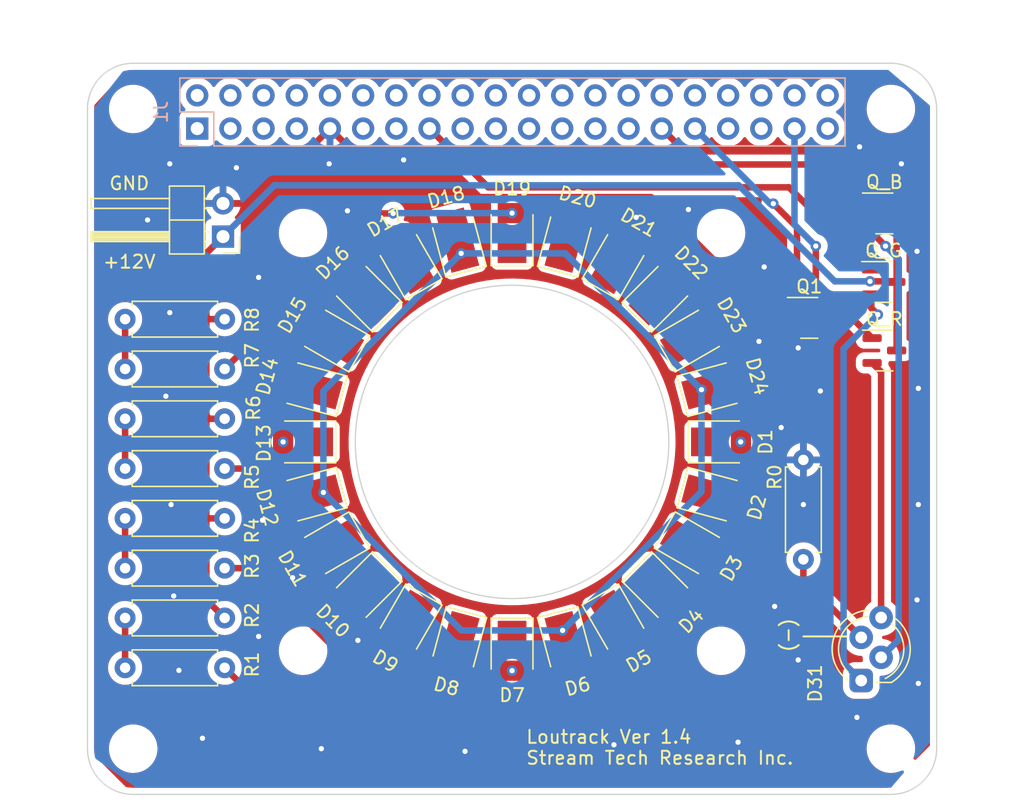
<source format=kicad_pcb>
(kicad_pcb (version 20211014) (generator pcbnew)
  (layers (0 "F.Cu" signal) (31 "B.Cu" signal) (34 "B.Paste" user) (35 "F.Paste" user) (36 "B.SilkS" user "B.Silkscreen") (37 "F.SilkS" user "F.Silkscreen") (38 "B.Mask" user) (39 "F.Mask" user) (44 "Edge.Cuts" user))
  (net 0 "")
  (net 1 "Net-(D1-Pad1)")
  (net 2 "Net-(D1-Pad2)")
  (net 3 "Net-(D2-Pad1)")
  (net 4 "Net-(D3-Pad1)")
  (net 5 "Net-(D4-Pad1)")
  (net 6 "Net-(D10-Pad1)")
  (net 7 "Net-(D7-Pad1)")
  (net 8 "Net-(D8-Pad1)")
  (net 9 "Net-(D10-Pad2)")
  (net 10 "Net-(D11-Pad1)")
  (net 11 "Net-(D5-Pad1)")
  (net 12 "Net-(D13-Pad1)")
  (net 13 "Net-(D14-Pad1)")
  (net 21 "GND")
  (net 27 "Net-(D15-Pad1)")
  (net 39 "Net-(D16-Pad1)")
  (net 41 "Net-(D17-Pad1)")
  (net 43 "Net-(D19-Pad1)")
  (net 45 "Net-(D20-Pad1)")
  (net 48 "Net-(J1-Pad37)")
  (net 52 "+12V")
  (net 54 "Net-(D21-Pad1)")
  (net 55 "Net-(D22-Pad1)")
  (net 56 "Net-(D23-Pad1)")
  (net 57 "Net-(D31-Pad1)")
  (net 58 "Net-(D31-Pad2)")
  (net 59 "Net-(D31-Pad3)")
  (net 60 "Net-(D31-Pad4)")
  (net 62 "Net-(J1-Pad31)")
  (net 65 "Net-(D12-Pad1)")
  (net 66 "Net-(J1-Pad15)")
  (net 67 "Net-(J1-Pad29)")
  (net 68 "Net-(D7-Pad2)")
  (net 69 "Net-(D13-Pad2)")
  (net 70 "Net-(D19-Pad2)")
  (net 71 "Net-(R1-Pad2)")
  (net 72 "Net-(R3-Pad2)")
  (net 73 "Net-(R5-Pad2)")
  (net 74 "Net-(R7-Pad2)")
  (footprint "LED_SMD:LED_PLCC_2835_Handsoldering" (layer "F.Cu") (at 68.643594 81 150)
    (fp_text reference "D15" (at 3.4 0 240) (layer "F.SilkS"))
    (fp_text value "LED")
    (pad "1" smd rect (at -1.05 0 150) (size 2.5 2.2) (layers "F.Cu" "F.Paste" "F.Mask") (net 27 "Net-(D15-Pad1)"))
    (pad "2" smd rect (at 1.525 0 150) (size 1.55 2.2) (layers "F.Cu" "F.Paste" "F.Mask") (net 13 "Net-(D14-Pad1)"))
  )
  (footprint "LED_SMD:LED_PLCC_2835_Handsoldering" (layer "F.Cu") (at 74.5 75.143594 120)
    (fp_text reference "D17" (at 3.4 0 210) (layer "F.SilkS"))
    (fp_text value "LED")
    (pad "1" smd rect (at -1.05 0 120) (size 2.5 2.2) (layers "F.Cu" "F.Paste" "F.Mask") (net 41 "Net-(D17-Pad1)"))
    (pad "2" smd rect (at 1.525 0 120) (size 1.55 2.2) (layers "F.Cu" "F.Paste" "F.Mask") (net 39 "Net-(D16-Pad1)"))
  )
  (footprint "MountingHole:MountingHole_2.7mm_M2.5" (layer "F.Cu") (at 98.5 105)
    (fp_text reference "REF**" hide)
    (fp_text value "MountingHole_2.7mm_M2.5")
    (pad "" np_thru_hole circle (at 0 0) (size 2.7 2.7) (drill 2.7) (layers *.Cu *.Mask))
  )
  (footprint "LED_SMD:LED_PLCC_2835_Handsoldering" (layer "F.Cu") (at 71.186292 100.313708 -135)
    (fp_text reference "D10" (at 3.4 0 -45) (layer "F.SilkS"))
    (fp_text value "LED")
    (pad "1" smd rect (at -1.05 0 225) (size 2.5 2.2) (layers "F.Cu" "F.Paste" "F.Mask") (net 6 "Net-(D10-Pad1)"))
    (pad "2" smd rect (at 1.525 0 225) (size 1.55 2.2) (layers "F.Cu" "F.Paste" "F.Mask") (net 9 "Net-(D10-Pad2)"))
  )
  (footprint "LED_SMD:LED_PLCC_2835_Handsoldering" (layer "F.Cu") (at 97.954813 93.141105 -15)
    (fp_text reference "D2" (at 3.4 0 75) (layer "F.SilkS"))
    (fp_text value "LED")
    (pad "1" smd rect (at -1.05 0 345) (size 2.5 2.2) (layers "F.Cu" "F.Paste" "F.Mask") (net 3 "Net-(D2-Pad1)"))
    (pad "2" smd rect (at 1.525 0 345) (size 1.55 2.2) (layers "F.Cu" "F.Paste" "F.Mask") (net 1 "Net-(D1-Pad1)"))
  )
  (footprint "Resistor_THT:R_Axial_DIN0207_L6.3mm_D2.5mm_P7.62mm_Horizontal" (layer "F.Cu") (at 60.5 83.414285 180)
    (fp_text reference "R7" (at -2.1 1.014285 90) (layer "F.SilkS"))
    (fp_text value "12")
    (pad "1" thru_hole circle (at 0 0 180) (size 1.6 1.6) (drill 0.8) (layers *.Cu *.Mask) (net 70 "Net-(D19-Pad2)"))
    (pad "2" thru_hole oval (at 7.62 0 180) (size 1.6 1.6) (drill 0.8) (layers *.Cu *.Mask) (net 74 "Net-(R7-Pad2)"))
  )
  (footprint "Resistor_THT:R_Axial_DIN0207_L6.3mm_D2.5mm_P7.62mm_Horizontal" (layer "F.Cu") (at 60.5 91.042855 180)
    (fp_text reference "R5" (at -2.1 -0.657145 90) (layer "F.SilkS"))
    (fp_text value "12")
    (pad "1" thru_hole circle (at 0 0 180) (size 1.6 1.6) (drill 0.8) (layers *.Cu *.Mask) (net 69 "Net-(D13-Pad2)"))
    (pad "2" thru_hole oval (at 7.62 0 180) (size 1.6 1.6) (drill 0.8) (layers *.Cu *.Mask) (net 73 "Net-(R5-Pad2)"))
  )
  (footprint "Package_TO_SOT_SMD:SOT-23" (layer "F.Cu") (at 110.9375 76.75)
    (fp_text reference "Q_G" (at 0 -2.4) (layer "F.SilkS"))
    (fp_text value "2N7002E")
    (pad "1" smd roundrect (at -0.9375 -0.95) (size 1.475 0.6) (layers "F.Cu" "F.Paste" "F.Mask") (net 66 "Net-(J1-Pad15)"))
    (pad "2" smd roundrect (at -0.9375 0.95) (size 1.475 0.6) (layers "F.Cu" "F.Paste" "F.Mask") (net 57 "Net-(D31-Pad1)"))
    (pad "3" smd roundrect (at 0.9375 0) (size 1.475 0.6) (layers "F.Cu" "F.Paste" "F.Mask") (net 52 "+12V"))
  )
  (footprint "LED_SMD:LED_PLCC_2835_Handsoldering" (layer "F.Cu") (at 74.5 102.856406 -120)
    (fp_text reference "D9" (at 3.4 0 -30) (layer "F.SilkS"))
    (fp_text value "LED")
    (pad "1" smd rect (at -1.05 0 240) (size 2.5 2.2) (layers "F.Cu" "F.Paste" "F.Mask") (net 9 "Net-(D10-Pad2)"))
    (pad "2" smd rect (at 1.525 0 240) (size 1.55 2.2) (layers "F.Cu" "F.Paste" "F.Mask") (net 8 "Net-(D8-Pad1)"))
  )
  (footprint "LED_SMD:LED_PLCC_2835_Handsoldering" (layer "F.Cu") (at 90.5 75.143594 60)
    (fp_text reference "D21" (at 3.4 0 150) (layer "F.SilkS"))
    (fp_text value "LED")
    (pad "1" smd rect (at -1.05 0 60) (size 2.5 2.2) (layers "F.Cu" "F.Paste" "F.Mask") (net 54 "Net-(D21-Pad1)"))
    (pad "2" smd rect (at 1.525 0 60) (size 1.55 2.2) (layers "F.Cu" "F.Paste" "F.Mask") (net 45 "Net-(D20-Pad1)"))
  )
  (footprint "Resistor_THT:R_Axial_DIN0207_L6.3mm_D2.5mm_P7.62mm_Horizontal" (layer "F.Cu") (at 104.8 98 90)
    (fp_text reference "R0" (at 6.3 -2.2 90) (layer "F.SilkS"))
    (fp_text value "470")
    (pad "1" thru_hole circle (at 0 0 90) (size 1.6 1.6) (drill 0.8) (layers *.Cu *.Mask) (net 59 "Net-(D31-Pad3)"))
    (pad "2" thru_hole oval (at 7.62 0 90) (size 1.6 1.6) (drill 0.8) (layers *.Cu *.Mask) (net 21 "GND"))
  )
  (footprint "LED_SMD:LED_PLCC_2835_Handsoldering" (layer "F.Cu") (at 82.5 73 90)
    (fp_text reference "D19" (at 3.4 0 180) (layer "F.SilkS"))
    (fp_text value "LED")
    (pad "1" smd rect (at -1.05 0 90) (size 2.5 2.2) (layers "F.Cu" "F.Paste" "F.Mask") (net 43 "Net-(D19-Pad1)"))
    (pad "2" smd rect (at 1.525 0 90) (size 1.55 2.2) (layers "F.Cu" "F.Paste" "F.Mask") (net 70 "Net-(D19-Pad2)"))
  )
  (footprint "MountingHole:MountingHole_2.7mm_M2.5" (layer "F.Cu") (at 66.5 73)
    (fp_text reference "REF**" hide)
    (fp_text value "MountingHole_2.7mm_M2.5")
    (pad "" np_thru_hole circle (at 0 0) (size 2.7 2.7) (drill 2.7) (layers F&B.Cu *.Mask))
  )
  (footprint "LED_SMD:LED_PLCC_2835_Handsoldering" (layer "F.Cu") (at 71.186292 77.686292 135)
    (fp_text reference "D16" (at 3.4 0 225) (layer "F.SilkS"))
    (fp_text value "LED")
    (pad "1" smd rect (at -1.05 0 135) (size 2.5 2.2) (layers "F.Cu" "F.Paste" "F.Mask") (net 39 "Net-(D16-Pad1)"))
    (pad "2" smd rect (at 1.525 0 135) (size 1.55 2.2) (layers "F.Cu" "F.Paste" "F.Mask") (net 27 "Net-(D15-Pad1)"))
  )
  (footprint "Resistor_THT:R_Axial_DIN0207_L6.3mm_D2.5mm_P7.62mm_Horizontal" (layer "F.Cu") (at 52.88 94.85714)
    (fp_text reference "R4" (at 9.72 0.94286 90) (layer "F.SilkS"))
    (fp_text value "12")
    (pad "1" thru_hole circle (at 0 0) (size 1.6 1.6) (drill 0.8) (layers *.Cu *.Mask) (net 72 "Net-(R3-Pad2)"))
    (pad "2" thru_hole oval (at 7.62 0) (size 1.6 1.6) (drill 0.8) (layers *.Cu *.Mask) (net 52 "+12V"))
  )
  (footprint "LED_SMD:LED_PLCC_2835_Handsoldering" (layer "F.Cu") (at 66.5 89 180)
    (fp_text reference "D13" (at 3 -0.1 270) (layer "F.SilkS"))
    (fp_text value "LED")
    (pad "1" smd rect (at -1.05 0 180) (size 2.5 2.2) (layers "F.Cu" "F.Paste" "F.Mask") (net 12 "Net-(D13-Pad1)"))
    (pad "2" smd rect (at 1.525 0 180) (size 1.55 2.2) (layers "F.Cu" "F.Paste" "F.Mask") (net 69 "Net-(D13-Pad2)"))
  )
  (footprint "LED_SMD:LED_PLCC_2835_Handsoldering" (layer "F.Cu") (at 86.641105 104.454813 -75)
    (fp_text reference "D6" (at 3.4 0 15) (layer "F.SilkS"))
    (fp_text value "LED")
    (pad "1" smd rect (at -1.05 0 285) (size 2.5 2.2) (layers "F.Cu" "F.Paste" "F.Mask") (net 65 "Net-(D12-Pad1)"))
    (pad "2" smd rect (at 1.525 0 285) (size 1.55 2.2) (layers "F.Cu" "F.Paste" "F.Mask") (net 11 "Net-(D5-Pad1)"))
  )
  (footprint "LED_THT:LED_D5.0mm-4_RGB_Staggered_Pins" (layer "F.Cu") (at 109.226 107.278 90)
    (fp_text reference "D31" (at -0.222 -3.526 90) (layer "F.SilkS"))
    (fp_text value "LED_GBKR")
    (pad "1" thru_hole roundrect (at 0 0 90) (size 1.8 1.8) (drill 0.9) (layers *.Cu *.Mask) (net 57 "Net-(D31-Pad1)"))
    (pad "2" thru_hole circle (at 1.778 1.524 90) (size 1.8 1.8) (drill 0.9) (layers *.Cu *.Mask) (net 58 "Net-(D31-Pad2)"))
    (pad "3" thru_hole circle (at 3.302 0 90) (size 1.8 1.8) (drill 0.9) (layers *.Cu *.Mask) (net 59 "Net-(D31-Pad3)"))
    (pad "4" thru_hole circle (at 4.826 1.524 90) (size 1.8 1.8) (drill 0.9) (layers *.Cu *.Mask) (net 60 "Net-(D31-Pad4)"))
  )
  (footprint "Resistor_THT:R_Axial_DIN0207_L6.3mm_D2.5mm_P7.62mm_Horizontal" (layer "F.Cu") (at 60.5 98.671425 180)
    (fp_text reference "R3" (at -2.1 0.157141 90) (layer "F.SilkS"))
    (fp_text value "12")
    (pad "1" thru_hole circle (at 0 0 180) (size 1.6 1.6) (drill 0.8) (layers *.Cu *.Mask) (net 68 "Net-(D7-Pad2)"))
    (pad "2" thru_hole oval (at 7.62 0 180) (size 1.6 1.6) (drill 0.8) (layers *.Cu *.Mask) (net 72 "Net-(R3-Pad2)"))
  )
  (footprint "Connector_PinHeader_2.54mm:PinHeader_1x02_P2.54mm_Horizontal" (layer "F.Cu") (at 60.375 73.275 180)
    (fp_text reference "J2" hide)
    (fp_text value "Conn_01x02_Male")
    (pad "1" thru_hole rect (at 0 0 180) (size 1.7 1.7) (drill 1) (layers *.Cu *.Mask) (net 52 "+12V"))
    (pad "2" thru_hole oval (at 0 2.54 180) (size 1.7 1.7) (drill 1) (layers *.Cu *.Mask) (net 21 "GND"))
  )
  (footprint "LED_SMD:LED_PLCC_2835_Handsoldering" (layer "F.Cu") (at 97.954813 84.858895 15)
    (fp_text reference "D24" (at 3.4 0 105) (layer "F.SilkS"))
    (fp_text value "LED")
    (pad "1" smd rect (at -1.05 0 15) (size 2.5 2.2) (layers "F.Cu" "F.Paste" "F.Mask") (net 65 "Net-(D12-Pad1)"))
    (pad "2" smd rect (at 1.525 0 15) (size 1.55 2.2) (layers "F.Cu" "F.Paste" "F.Mask") (net 56 "Net-(D23-Pad1)"))
  )
  (footprint "MountingHole:MountingHole_2.7mm_M2.5" (layer "F.Cu") (at 66.5 105)
    (fp_text reference "REF**" hide)
    (fp_text value "MountingHole_2.7mm_M2.5")
    (pad "" np_thru_hole circle (at 0 0) (size 2.7 2.7) (drill 2.7) (layers F&B.Cu *.Mask))
  )
  (footprint "MountingHole:MountingHole_2.7mm_M2.5" (layer "F.Cu") (at 98.5 73)
    (fp_text reference "REF**" hide)
    (fp_text value "MountingHole_2.7mm_M2.5")
    (pad "" np_thru_hole circle (at 0 0) (size 2.7 2.7) (drill 2.7) (layers F&B.Cu *.Mask))
  )
  (footprint "Resistor_THT:R_Axial_DIN0207_L6.3mm_D2.5mm_P7.62mm_Horizontal" (layer "F.Cu") (at 52.88 79.6)
    (fp_text reference "R8" (at 9.72 0.057144 270) (layer "F.SilkS"))
    (fp_text value "12")
    (pad "1" thru_hole circle (at 0 0) (size 1.6 1.6) (drill 0.8) (layers *.Cu *.Mask) (net 74 "Net-(R7-Pad2)"))
    (pad "2" thru_hole oval (at 7.62 0) (size 1.6 1.6) (drill 0.8) (layers *.Cu *.Mask) (net 52 "+12V"))
  )
  (footprint "LED_SMD:LED_PLCC_2835_Handsoldering" (layer "F.Cu") (at 67.045187 84.858895 165)
    (fp_text reference "D14" (at 3.4 0 255) (layer "F.SilkS"))
    (fp_text value "LED")
    (pad "1" smd rect (at -1.05 0 165) (size 2.5 2.2) (layers "F.Cu" "F.Paste" "F.Mask") (net 13 "Net-(D14-Pad1)"))
    (pad "2" smd rect (at 1.525 0 165) (size 1.55 2.2) (layers "F.Cu" "F.Paste" "F.Mask") (net 12 "Net-(D13-Pad1)"))
  )
  (footprint "LED_SMD:LED_PLCC_2835_Handsoldering" (layer "F.Cu") (at 93.813708 100.313708 -45)
    (fp_text reference "D4" (at 3.4 0 45) (layer "F.SilkS"))
    (fp_text value "LED")
    (pad "1" smd rect (at -1.05 0 315) (size 2.5 2.2) (layers "F.Cu" "F.Paste" "F.Mask") (net 5 "Net-(D4-Pad1)"))
    (pad "2" smd rect (at 1.525 0 315) (size 1.55 2.2) (layers "F.Cu" "F.Paste" "F.Mask") (net 4 "Net-(D3-Pad1)"))
  )
  (footprint "LED_SMD:LED_PLCC_2835_Handsoldering" (layer "F.Cu") (at 96.356406 81 30)
    (fp_text reference "D23" (at 3.4 0 120) (layer "F.SilkS"))
    (fp_text value "LED")
    (pad "1" smd rect (at -1.05 0 30) (size 2.5 2.2) (layers "F.Cu" "F.Paste" "F.Mask") (net 56 "Net-(D23-Pad1)"))
    (pad "2" smd rect (at 1.525 0 30) (size 1.55 2.2) (layers "F.Cu" "F.Paste" "F.Mask") (net 55 "Net-(D22-Pad1)"))
  )
  (footprint "LED_SMD:LED_PLCC_2835_Handsoldering" (layer "F.Cu") (at 93.813708 77.686292 45)
    (fp_text reference "D22" (at 3.4 0 135) (layer "F.SilkS"))
    (fp_text value "LED")
    (pad "1" smd rect (at -1.05 0 45) (size 2.5 2.2) (layers "F.Cu" "F.Paste" "F.Mask") (net 55 "Net-(D22-Pad1)"))
    (pad "2" smd rect (at 1.525 0 45) (size 1.55 2.2) (layers "F.Cu" "F.Paste" "F.Mask") (net 54 "Net-(D21-Pad1)"))
  )
  (footprint "Resistor_THT:R_Axial_DIN0207_L6.3mm_D2.5mm_P7.62mm_Horizontal" (layer "F.Cu") (at 60.5 106.3 180)
    (fp_text reference "R1" (at -2.1 0.242856 90) (layer "F.SilkS"))
    (fp_text value "12")
    (pad "1" thru_hole circle (at 0 0 180) (size 1.6 1.6) (drill 0.8) (layers *.Cu *.Mask) (net 2 "Net-(D1-Pad2)"))
    (pad "2" thru_hole oval (at 7.62 0 180) (size 1.6 1.6) (drill 0.8) (layers *.Cu *.Mask) (net 71 "Net-(R1-Pad2)"))
  )
  (footprint "MountingHole:MountingHole_2.7mm_M2.5" (layer "F.Cu") (at 111.5 112.5)
    (fp_text reference "REF**" hide)
    (fp_text value "MountingHole_2.7mm_M2.5")
    (pad "" np_thru_hole circle (at 0 0) (size 2.7 2.7) (drill 2.7) (layers F&B.Cu *.Mask))
  )
  (footprint "LED_SMD:LED_PLCC_2835_Handsoldering" (layer "F.Cu") (at 96.356406 97 -30)
    (fp_text reference "D3" (at 3.4 0 60) (layer "F.SilkS"))
    (fp_text value "LED")
    (pad "1" smd rect (at -1.05 0 330) (size 2.5 2.2) (layers "F.Cu" "F.Paste" "F.Mask") (net 4 "Net-(D3-Pad1)"))
    (pad "2" smd rect (at 1.525 0 330) (size 1.55 2.2) (layers "F.Cu" "F.Paste" "F.Mask") (net 3 "Net-(D2-Pad1)"))
  )
  (footprint "Package_TO_SOT_SMD:SOT-23" (layer "F.Cu") (at 111 71.5)
    (fp_text reference "Q_B" (at 0 -2.4) (layer "F.SilkS"))
    (fp_text value "2N7002E")
    (pad "1" smd roundrect (at -0.9375 -0.95) (size 1.475 0.6) (layers "F.Cu" "F.Paste" "F.Mask") (net 67 "Net-(J1-Pad29)"))
    (pad "2" smd roundrect (at -0.9375 0.95) (size 1.475 0.6) (layers "F.Cu" "F.Paste" "F.Mask") (net 58 "Net-(D31-Pad2)"))
    (pad "3" smd roundrect (at 0.9375 0) (size 1.475 0.6) (layers "F.Cu" "F.Paste" "F.Mask") (net 52 "+12V"))
  )
  (footprint "MountingHole:MountingHole_2.7mm_M2.5" (layer "F.Cu") (at 53.5 112.5)
    (fp_text reference "REF**" hide)
    (fp_text value "MountingHole_2.7mm_M2.5")
    (pad "" np_thru_hole circle (at 0 0) (size 2.7 2.7) (drill 2.7) (layers F&B.Cu *.Mask))
  )
  (footprint "LED_SMD:LED_PLCC_2835_Handsoldering" (layer "F.Cu") (at 86.641105 73.545187 75)
    (fp_text reference "D20" (at 3.4 0 165) (layer "F.SilkS"))
    (fp_text value "LED")
    (pad "1" smd rect (at -1.05 0 75) (size 2.5 2.2) (layers "F.Cu" "F.Paste" "F.Mask") (net 45 "Net-(D20-Pad1)"))
    (pad "2" smd rect (at 1.525 0 75) (size 1.55 2.2) (layers "F.Cu" "F.Paste" "F.Mask") (net 43 "Net-(D19-Pad1)"))
  )
  (footprint "Resistor_THT:R_Axial_DIN0207_L6.3mm_D2.5mm_P7.62mm_Horizontal" (layer "F.Cu") (at 52.88 102.48571)
    (fp_text reference "R2" (at 9.72 -0.199998 90) (layer "F.SilkS"))
    (fp_text value "12")
    (pad "1" thru_hole circle (at 0 0) (size 1.6 1.6) (drill 0.8) (layers *.Cu *.Mask) (net 71 "Net-(R1-Pad2)"))
    (pad "2" thru_hole oval (at 7.62 0) (size 1.6 1.6) (drill 0.8) (layers *.Cu *.Mask) (net 52 "+12V"))
  )
  (footprint "MountingHole:MountingHole_2.7mm_M2.5" (layer "F.Cu") (at 53.5 63.5)
    (fp_text reference "REF**" hide)
    (fp_text value "MountingHole_2.7mm_M2.5")
    (pad "" np_thru_hole circle (at 0 0) (size 2.7 2.7) (drill 2.7) (layers F&B.Cu *.Mask))
  )
  (footprint "Resistor_THT:R_Axial_DIN0207_L6.3mm_D2.5mm_P7.62mm_Horizontal" (layer "F.Cu") (at 52.88 87.22857)
    (fp_text reference "R6" (at 9.82 -0.82857 90) (layer "F.SilkS"))
    (fp_text value "12")
    (pad "1" thru_hole circle (at 0 0) (size 1.6 1.6) (drill 0.8) (layers *.Cu *.Mask) (net 73 "Net-(R5-Pad2)"))
    (pad "2" thru_hole oval (at 7.62 0) (size 1.6 1.6) (drill 0.8) (layers *.Cu *.Mask) (net 52 "+12V"))
  )
  (footprint "LED_SMD:LED_PLCC_2835_Handsoldering" (layer "F.Cu") (at 82.5 105 -90)
    (fp_text reference "D7" (at 3.4 0) (layer "F.SilkS"))
    (fp_text value "LED")
    (pad "1" smd rect (at -1.05 0 270) (size 2.5 2.2) (layers "F.Cu" "F.Paste" "F.Mask") (net 7 "Net-(D7-Pad1)"))
    (pad "2" smd rect (at 1.525 0 270) (size 1.55 2.2) (layers "F.Cu" "F.Paste" "F.Mask") (net 68 "Net-(D7-Pad2)"))
  )
  (footprint "LED_SMD:LED_PLCC_2835_Handsoldering" (layer "F.Cu") (at 98.5 89)
    (fp_text reference "D1" (at 3.4 0 90) (layer "F.SilkS"))
    (fp_text value "LED")
    (pad "1" smd rect (at -1.05 0) (size 2.5 2.2) (layers "F.Cu" "F.Paste" "F.Mask") (net 1 "Net-(D1-Pad1)"))
    (pad "2" smd rect (at 1.525 0) (size 1.55 2.2) (layers "F.Cu" "F.Paste" "F.Mask") (net 2 "Net-(D1-Pad2)"))
  )
  (footprint "LED_SMD:LED_PLCC_2835_Handsoldering" (layer "F.Cu") (at 78.358895 104.454813 -105)
    (fp_text reference "D8" (at 3.4 0 -15) (layer "F.SilkS"))
    (fp_text value "LED")
    (pad "1" smd rect (at -1.05 0 255) (size 2.5 2.2) (layers "F.Cu" "F.Paste" "F.Mask") (net 8 "Net-(D8-Pad1)"))
    (pad "2" smd rect (at 1.525 0 255) (size 1.55 2.2) (layers "F.Cu" "F.Paste" "F.Mask") (net 7 "Net-(D7-Pad1)"))
  )
  (footprint "LED_SMD:LED_PLCC_2835_Handsoldering" (layer "F.Cu") (at 90.5 102.856406 -60)
    (fp_text reference "D5" (at 3.4 0 30) (layer "F.SilkS"))
    (fp_text value "LED")
    (pad "1" smd rect (at -1.05 0 300) (size 2.5 2.2) (layers "F.Cu" "F.Paste" "F.Mask") (net 11 "Net-(D5-Pad1)"))
    (pad "2" smd rect (at 1.525 0 300) (size 1.55 2.2) (layers "F.Cu" "F.Paste" "F.Mask") (net 5 "Net-(D4-Pad1)"))
  )
  (footprint "Package_TO_SOT_SMD:SOT-23" (layer "F.Cu") (at 111 82)
    (fp_text reference "Q_R" (at 0 -2.4) (layer "F.SilkS"))
    (fp_text value "2N7002E")
    (pad "1" smd roundrect (at -0.9375 -0.95) (size 1.475 0.6) (layers "F.Cu" "F.Paste" "F.Mask") (net 48 "Net-(J1-Pad37)"))
    (pad "2" smd roundrect (at -0.9375 0.95) (size 1.475 0.6) (layers "F.Cu" "F.Paste" "F.Mask") (net 60 "Net-(D31-Pad4)"))
    (pad "3" smd roundrect (at 0.9375 0) (size 1.475 0.6) (layers "F.Cu" "F.Paste" "F.Mask") (net 52 "+12V"))
  )
  (footprint "LED_SMD:LED_PLCC_2835_Handsoldering" (layer "F.Cu") (at 68.643594 97 -150)
    (fp_text reference "D11" (at 3.4 0 -60) (layer "F.SilkS"))
    (fp_text value "LED")
    (pad "1" smd rect (at -1.05 0 210) (size 2.5 2.2) (layers "F.Cu" "F.Paste" "F.Mask") (net 10 "Net-(D11-Pad1)"))
    (pad "2" smd rect (at 1.525 0 210) (size 1.55 2.2) (layers "F.Cu" "F.Paste" "F.Mask") (net 6 "Net-(D10-Pad1)"))
  )
  (footprint "MountingHole:MountingHole_2.7mm_M2.5" (layer "F.Cu") (at 111.5 63.5)
    (fp_text reference "REF**" hide)
    (fp_text value "MountingHole_2.7mm_M2.5")
    (pad "" np_thru_hole circle (at 0 0) (size 2.7 2.7) (drill 2.7) (layers F&B.Cu *.Mask))
  )
  (footprint "Package_TO_SOT_SMD:SOT-23" (layer "F.Cu") (at 105.25 79.5)
    (fp_text reference "Q1" (at 0 -2.4) (layer "F.SilkS"))
    (fp_text value "IRLML6344")
    (pad "1" smd roundrect (at -0.9375 -0.95) (size 1.475 0.6) (layers "F.Cu" "F.Paste" "F.Mask") (net 62 "Net-(J1-Pad31)"))
    (pad "2" smd roundrect (at -0.9375 0.95) (size 1.475 0.6) (layers "F.Cu" "F.Paste" "F.Mask") (net 21 "GND"))
    (pad "3" smd roundrect (at 0.9375 0) (size 1.475 0.6) (layers "F.Cu" "F.Paste" "F.Mask") (net 65 "Net-(D12-Pad1)"))
  )
  (footprint "LED_SMD:LED_PLCC_2835_Handsoldering" (layer "F.Cu") (at 78.333895 73.545187 105)
    (fp_text reference "D18" (at 3.4 0 195) (layer "F.SilkS"))
    (fp_text value "LED")
    (pad "1" smd rect (at -1.05 0 105) (size 2.5 2.2) (layers "F.Cu" "F.Paste" "F.Mask") (net 65 "Net-(D12-Pad1)"))
    (pad "2" smd rect (at 1.525 0 105) (size 1.55 2.2) (layers "F.Cu" "F.Paste" "F.Mask") (net 41 "Net-(D17-Pad1)"))
  )
  (footprint "LED_SMD:LED_PLCC_2835_Handsoldering" (layer "F.Cu") (at 67.045187 93.141105 -165)
    (fp_text reference "D12" (at 3.4 0 -75) (layer "F.SilkS"))
    (fp_text value "LED")
    (pad "1" smd rect (at -1.05 0 195) (size 2.5 2.2) (layers "F.Cu" "F.Paste" "F.Mask") (net 65 "Net-(D12-Pad1)"))
    (pad "2" smd rect (at 1.525 0 195) (size 1.55 2.2) (layers "F.Cu" "F.Paste" "F.Mask") (net 10 "Net-(D11-Pad1)"))
  )
  (footprint "Connector_PinSocket_2.54mm:PinSocket_2x20_P2.54mm_Vertical" (layer "B.Cu") (at 58.4 65 -90)
    (fp_text reference "J1" (at -1.27 2.77 90) (layer "B.SilkS") (effects (justify mirror)))
    (fp_text value "Conn_02x20_Odd_Even")
    (pad "1" thru_hole rect (at 0 0 270) (size 1.7 1.7) (drill 1) (layers *.Cu *.Mask))
    (pad "2" thru_hole oval (at -2.54 0 270) (size 1.7 1.7) (drill 1) (layers *.Cu *.Mask))
    (pad "3" thru_hole oval (at 0 -2.54 270) (size 1.7 1.7) (drill 1) (layers *.Cu *.Mask))
    (pad "4" thru_hole oval (at -2.54 -2.54 270) (size 1.7 1.7) (drill 1) (layers *.Cu *.Mask))
    (pad "5" thru_hole oval (at 0 -5.08 270) (size 1.7 1.7) (drill 1) (layers *.Cu *.Mask))
    (pad "6" thru_hole oval (at -2.54 -5.08 270) (size 1.7 1.7) (drill 1) (layers *.Cu *.Mask))
    (pad "7" thru_hole oval (at 0 -7.62 270) (size 1.7 1.7) (drill 1) (layers *.Cu *.Mask))
    (pad "8" thru_hole oval (at -2.54 -7.62 270) (size 1.7 1.7) (drill 1) (layers *.Cu *.Mask))
    (pad "9" thru_hole oval (at 0 -10.16 270) (size 1.7 1.7) (drill 1) (layers *.Cu *.Mask) (net 21 "GND"))
    (pad "10" thru_hole oval (at -2.54 -10.16 270) (size 1.7 1.7) (drill 1) (layers *.Cu *.Mask))
    (pad "11" thru_hole oval (at 0 -12.7 270) (size 1.7 1.7) (drill 1) (layers *.Cu *.Mask))
    (pad "12" thru_hole oval (at -2.54 -12.7 270) (size 1.7 1.7) (drill 1) (layers *.Cu *.Mask))
    (pad "13" thru_hole oval (at 0 -15.24 270) (size 1.7 1.7) (drill 1) (layers *.Cu *.Mask))
    (pad "14" thru_hole oval (at -2.54 -15.24 270) (size 1.7 1.7) (drill 1) (layers *.Cu *.Mask))
    (pad "15" thru_hole oval (at 0 -17.78 270) (size 1.7 1.7) (drill 1) (layers *.Cu *.Mask) (net 66 "Net-(J1-Pad15)"))
    (pad "16" thru_hole oval (at -2.54 -17.78 270) (size 1.7 1.7) (drill 1) (layers *.Cu *.Mask))
    (pad "17" thru_hole oval (at 0 -20.32 270) (size 1.7 1.7) (drill 1) (layers *.Cu *.Mask))
    (pad "18" thru_hole oval (at -2.54 -20.32 270) (size 1.7 1.7) (drill 1) (layers *.Cu *.Mask))
    (pad "19" thru_hole oval (at 0 -22.86 270) (size 1.7 1.7) (drill 1) (layers *.Cu *.Mask))
    (pad "20" thru_hole oval (at -2.54 -22.86 270) (size 1.7 1.7) (drill 1) (layers *.Cu *.Mask))
    (pad "21" thru_hole oval (at 0 -25.4 270) (size 1.7 1.7) (drill 1) (layers *.Cu *.Mask))
    (pad "22" thru_hole oval (at -2.54 -25.4 270) (size 1.7 1.7) (drill 1) (layers *.Cu *.Mask))
    (pad "23" thru_hole oval (at 0 -27.94 270) (size 1.7 1.7) (drill 1) (layers *.Cu *.Mask))
    (pad "24" thru_hole oval (at -2.54 -27.94 270) (size 1.7 1.7) (drill 1) (layers *.Cu *.Mask))
    (pad "25" thru_hole oval (at 0 -30.48 270) (size 1.7 1.7) (drill 1) (layers *.Cu *.Mask))
    (pad "26" thru_hole oval (at -2.54 -30.48 270) (size 1.7 1.7) (drill 1) (layers *.Cu *.Mask))
    (pad "27" thru_hole oval (at 0 -33.02 270) (size 1.7 1.7) (drill 1) (layers *.Cu *.Mask))
    (pad "28" thru_hole oval (at -2.54 -33.02 270) (size 1.7 1.7) (drill 1) (layers *.Cu *.Mask))
    (pad "29" thru_hole oval (at 0 -35.56 270) (size 1.7 1.7) (drill 1) (layers *.Cu *.Mask) (net 67 "Net-(J1-Pad29)"))
    (pad "30" thru_hole oval (at -2.54 -35.56 270) (size 1.7 1.7) (drill 1) (layers *.Cu *.Mask))
    (pad "31" thru_hole oval (at 0 -38.1 270) (size 1.7 1.7) (drill 1) (layers *.Cu *.Mask) (net 62 "Net-(J1-Pad31)"))
    (pad "32" thru_hole oval (at -2.54 -38.1 270) (size 1.7 1.7) (drill 1) (layers *.Cu *.Mask))
    (pad "33" thru_hole oval (at 0 -40.64 270) (size 1.7 1.7) (drill 1) (layers *.Cu *.Mask))
    (pad "34" thru_hole oval (at -2.54 -40.64 270) (size 1.7 1.7) (drill 1) (layers *.Cu *.Mask))
    (pad "35" thru_hole oval (at 0 -43.18 270) (size 1.7 1.7) (drill 1) (layers *.Cu *.Mask))
    (pad "36" thru_hole oval (at -2.54 -43.18 270) (size 1.7 1.7) (drill 1) (layers *.Cu *.Mask))
    (pad "37" thru_hole oval (at 0 -45.72 270) (size 1.7 1.7) (drill 1) (layers *.Cu *.Mask) (net 48 "Net-(J1-Pad37)"))
    (pad "38" thru_hole oval (at -2.54 -45.72 270) (size 1.7 1.7) (drill 1) (layers *.Cu *.Mask))
    (pad "39" thru_hole oval (at 0 -48.26 270) (size 1.7 1.7) (drill 1) (layers *.Cu *.Mask))
    (pad "40" thru_hole oval (at -2.54 -48.26 270) (size 1.7 1.7) (drill 1) (layers *.Cu *.Mask))
  )
  (gr_line (start 104.8 103.9) (end 108.1 103.9) (layer "F.SilkS") (width 0.15))
  (gr_arc (start 53.5 116) (mid 51.025126 114.974874) (end 50 112.5) (layer "Edge.Cuts") (width 0.1))
  (gr_arc (start 50 63.5) (mid 51.025126 61.025126) (end 53.5 60) (layer "Edge.Cuts") (width 0.1))
  (gr_line (start 111.5 116) (end 53.5 116) (layer "Edge.Cuts") (width 0.1))
  (gr_arc (start 111.5 60) (mid 113.974874 61.025126) (end 115 63.5) (layer "Edge.Cuts") (width 0.1))
  (gr_circle (center 82.5 89) (end 94.5 89) (layer "Edge.Cuts") (width 0.1) (fill none))
  (gr_arc (start 115 112.5) (mid 113.974874 114.974874) (end 111.5 116) (layer "Edge.Cuts") (width 0.1))
  (gr_line (start 53.5 60) (end 111.5 60) (layer "Edge.Cuts") (width 0.1))
  (gr_line (start 50 112.5) (end 50 63.5) (layer "Edge.Cuts") (width 0.1))
  (gr_line (start 115 63.5) (end 115 112.5) (layer "Edge.Cuts") (width 0.1))
  (gr_text "Loutrack Ver 1.4\nStream Tech Research Inc." (at 83.5 112.4) (layer "F.SilkS") (effects (font (size 1 1)) (justify left)))
  (gr_text "+12V\n" (at 53.2 75.2) (layer "F.SilkS") (effects (font (size 1 1))))
  (gr_text "GND" (at 53.2 69.2) (layer "F.SilkS") (effects (font (size 1 1))))
  (gr_text "(-)" (at 103.6 103.8 90) (layer "F.SilkS") (effects (font (size 1 1))))
  (segment (start 99.42785 90.97785) (end 99.42785 93.535804) (width 0.5) (layer "F.Cu") (net 1))
  (segment (start 97.45 89) (end 99.42785 90.97785) (width 0.5) (layer "F.Cu") (net 1))
  (segment (start 101 89.975) (end 100.025 89) (width 0.5) (layer "F.Cu") (net 2))
  (segment (start 100.025 89) (end 100 89) (width 0.5) (layer "F.Cu") (net 2))
  (segment (start 62.4 108.2) (end 89.816504 108.2) (width 0.5) (layer "F.Cu") (net 2))
  (segment (start 60.5 106.3) (end 62.4 108.2) (width 0.5) (layer "F.Cu") (net 2))
  (segment (start 101 97.016504) (end 101 89.975) (width 0.5) (layer "F.Cu") (net 2))
  (segment (start 89.816504 108.2) (end 101 97.016504) (width 0.5) (layer "F.Cu") (net 2))
  (via (at 100 89) (size 0.8) (drill 0.4) (layers "F.Cu" "B.Cu") (net 2))
  (segment (start 97.677095 93.605849) (end 97.677095 97.7625) (width 0.5) (layer "F.Cu") (net 3))
  (segment (start 96.940591 92.869345) (end 97.677095 93.605849) (width 0.5) (layer "F.Cu") (net 3))
  (segment (start 95.447079 96.475) (end 95.447079 100.837013) (width 0.5) (layer "F.Cu") (net 4))
  (segment (start 95.447079 100.837013) (end 94.892046 101.392046) (width 0.5) (layer "F.Cu") (net 4))
  (segment (start 93.071246 99.571246) (end 93.071246 102.368349) (width 0.5) (layer "F.Cu") (net 5))
  (segment (start 93.071246 102.368349) (end 91.2625 104.177095) (width 0.5) (layer "F.Cu") (net 5))
  (segment (start 71.928754 99.571246) (end 69.131651 99.571246) (width 0.5) (layer "F.Cu") (net 6))
  (segment (start 69.131651 99.571246) (end 67.322905 97.7625) (width 0.5) (layer "F.Cu") (net 6))
  (segment (start 80.52215 105.92785) (end 77.964196 105.92785) (width 0.5) (layer "F.Cu") (net 7))
  (segment (start 82.5 103.95) (end 80.52215 105.92785) (width 0.5) (layer "F.Cu") (net 7))
  (segment (start 78.630655 103.440591) (end 77.894151 104.177095) (width 0.5) (layer "F.Cu") (net 8))
  (segment (start 77.894151 104.177095) (end 73.7375 104.177095) (width 0.5) (layer "F.Cu") (net 8))
  (segment (start 75.025 101.947079) (end 70.662987 101.947079) (width 0.5) (layer "F.Cu") (net 9))
  (segment (start 70.662987 101.947079) (end 70.107954 101.392046) (width 0.5) (layer "F.Cu") (net 9))
  (segment (start 69.552921 96.475) (end 68.511346 96.475) (width 0.5) (layer "F.Cu") (net 10))
  (segment (start 68.511346 96.475) (end 65.57215 93.535804) (width 0.5) (layer "F.Cu") (net 10))
  (segment (start 89.975 101.947079) (end 89.975 102.988654) (width 0.5) (layer "F.Cu") (net 11))
  (segment (start 89.975 102.988654) (end 87.035804 105.92785) (width 0.5) (layer "F.Cu") (net 11))
  (segment (start 67.55 89) (end 65.57215 87.02215) (width 0.5) (layer "F.Cu") (net 12))
  (segment (start 65.57215 87.02215) (end 65.57215 84.464196) (width 0.5) (layer "F.Cu") (net 12))
  (segment (start 67.322905 84.394151) (end 67.322905 80.2375) (width 0.5) (layer "F.Cu") (net 13))
  (segment (start 68.059409 85.130655) (end 67.322905 84.394151) (width 0.5) (layer "F.Cu") (net 13))
  (segment (start 60.375 70.735) (end 62.825 70.735) (width 0.5) (layer "F.Cu") (net 21))
  (segment (start 104.3125 80.45) (end 104.3125 81.7125) (width 0.5) (layer "F.Cu") (net 21))
  (segment (start 68.56 65) (end 73.81 70.25) (width 0.5) (layer "F.Cu") (net 21))
  (segment (start 104.3125 81.7125) (end 104.4 81.8) (width 0.5) (layer "F.Cu") (net 21))
  (segment (start 93.133703 70.25) (end 103.333703 80.45) (width 0.5) (layer "F.Cu") (net 21))
  (segment (start 73.81 70.25) (end 93.133703 70.25) (width 0.5) (layer "F.Cu") (net 21))
  (segment (start 62.825 70.735) (end 68.56 65) (width 0.5) (layer "F.Cu") (net 21))
  (segment (start 103.333703 80.45) (end 104.3125 80.45) (width 0.5) (layer "F.Cu") (net 21))
  (via (at 96 71.2) (size 0.8) (drill 0.4) (layers "F.Cu" "B.Cu") (net 21))
  (via (at 90.3 112.2) (size 0.8) (drill 0.4) (layers "F.Cu" "B.Cu") (net 21))
  (via (at 108.9 110.1) (size 0.8) (drill 0.4) (layers "F.Cu" "B.Cu") (net 21))
  (via (at 70.7 104.2) (size 0.8) (drill 0.4) (layers "F.Cu" "B.Cu") (net 21))
  (via (at 69.9 71.3) (size 0.8) (drill 0.4) (layers "F.Cu" "B.Cu") (net 21))
  (via (at 109.1 66.4) (size 0.8) (drill 0.4) (layers "F.Cu" "B.Cu") (net 21))
  (via (at 78.9 112.7) (size 0.8) (drill 0.4) (layers "F.Cu" "B.Cu") (net 21))
  (via (at 104.4 81.8) (size 0.8) (drill 0.4) (layers "F.Cu" "B.Cu") (net 21))
  (via (at 67.9 112.5) (size 0.8) (drill 0.4) (layers "F.Cu" "B.Cu") (net 21))
  (via (at 56.3 67.7) (size 0.8) (drill 0.4) (layers "F.Cu" "B.Cu") (net 21))
  (via (at 101.8 75.6) (size 0.8) (drill 0.4) (layers "F.Cu" "B.Cu") (net 21))
  (via (at 99.8 112) (size 0.8) (drill 0.4) (layers "F.Cu" "B.Cu") (net 21))
  (via (at 56.6 100.8) (size 0.8) (drill 0.4) (layers "F.Cu" "B.Cu") (net 21))
  (via (at 58.8 111.7) (size 0.8) (drill 0.4) (layers "F.Cu" "B.Cu") (net 21))
  (via (at 102.6 101.6) (size 0.8) (drill 0.4) (layers "F.Cu" "B.Cu") (net 21))
  (via (at 104.8 93.8) (size 0.8) (drill 0.4) (layers "F.Cu" "B.Cu") (net 21))
  (via (at 113.6 93.8) (size 0.8) (drill 0.4) (layers "F.Cu" "B.Cu") (net 21))
  (via (at 113.5 101.1) (size 0.8) (drill 0.4) (layers "F.Cu" "B.Cu") (net 21))
  (via (at 63.4 95) (size 0.8) (drill 0.4) (layers "F.Cu" "B.Cu") (net 21))
  (via (at 113.6 107.5) (size 0.8) (drill 0.4) (layers "F.Cu" "B.Cu") (net 21))
  (via (at 113.6 84.9) (size 0.8) (drill 0.4) (layers "F.Cu" "B.Cu") (net 21))
  (via (at 63.1 103.9) (size 0.8) (drill 0.4) (layers "F.Cu" "B.Cu") (net 21))
  (via (at 74.2 67.4) (size 0.8) (drill 0.4) (layers "F.Cu" "B.Cu") (net 21))
  (via (at 68.5 67.7) (size 0.8) (drill 0.4) (layers "F.Cu" "B.Cu") (net 21))
  (via (at 104.4 105.7) (size 0.8) (drill 0.4) (layers "F.Cu" "B.Cu") (net 21))
  (via (at 103.1 87.9) (size 0.8) (drill 0.4) (layers "F.Cu" "B.Cu") (net 21))
  (via (at 54.6 72) (size 0.8) (drill 0.4) (layers "F.Cu" "B.Cu") (net 21))
  (via (at 106.1 85.1) (size 0.8) (drill 0.4) (layers "F.Cu" "B.Cu") (net 21))
  (via (at 56.3 79.1) (size 0.8) (drill 0.4) (layers "F.Cu" "B.Cu") (net 21))
  (via (at 65.7 99.4) (size 0.8) (drill 0.4) (layers "F.Cu" "B.Cu") (net 21))
  (via (at 63.1 76.4) (size 0.8) (drill 0.4) (layers "F.Cu" "B.Cu") (net 21))
  (via (at 56.4 93.8) (size 0.8) (drill 0.4) (layers "F.Cu" "B.Cu") (net 21))
  (via (at 92 71.8) (size 0.8) (drill 0.4) (layers "F.Cu" "B.Cu") (net 21))
  (via (at 57 106.5) (size 0.8) (drill 0.4) (layers "F.Cu" "B.Cu") (net 21))
  (via (at 61.4 68) (size 0.8) (drill 0.4) (layers "F.Cu" "B.Cu") (net 21))
  (via (at 113.5 74.4) (size 0.8) (drill 0.4) (layers "F.Cu" "B.Cu") (net 21))
  (via (at 112.3 67.7) (size 0.8) (drill 0.4) (layers "F.Cu" "B.Cu") (net 21))
  (via (at 101.4 81.3) (size 0.8) (drill 0.4) (layers "F.Cu" "B.Cu") (net 21))
  (via (at 56 85.5) (size 0.8) (drill 0.4) (layers "F.Cu" "B.Cu") (net 21))
  (segment (start 104.8 82.2) (end 104.8 90.38) (width 0.5) (layer "B.Cu") (net 21))
  (segment (start 104.4 81.8) (end 104.8 82.2) (width 0.5) (layer "B.Cu") (net 21))
  (segment (start 69.552921 77.162987) (end 70.107954 76.607954) (width 0.5) (layer "F.Cu") (net 27))
  (segment (start 69.552921 81.525) (end 69.552921 77.162987) (width 0.5) (layer "F.Cu") (net 27))
  (segment (start 71.928754 75.631651) (end 73.7375 73.822905) (width 0.5) (layer "F.Cu") (net 39))
  (segment (start 71.928754 78.428754) (end 71.928754 75.631651) (width 0.5) (layer "F.Cu") (net 39))
  (segment (start 75.025 74.986346) (end 77.939196 72.07215) (width 0.5) (layer "F.Cu") (net 41))
  (segment (start 75.025 76.052921) (end 75.025 74.986346) (width 0.5) (layer "F.Cu") (net 41))
  (segment (start 84.47785 72.07215) (end 87.035804 72.07215) (width 0.5) (layer "F.Cu") (net 43))
  (segment (start 82.5 74.05) (end 84.47785 72.07215) (width 0.5) (layer "F.Cu") (net 43))
  (segment (start 86.369345 74.559409) (end 87.105849 73.822905) (width 0.5) (layer "F.Cu") (net 45))
  (segment (start 87.105849 73.822905) (end 91.2625 73.822905) (width 0.5) (layer "F.Cu") (net 45))
  (segment (start 105.75 74) (end 105.75 76.7375) (width 0.5) (layer "F.Cu") (net 48))
  (segment (start 105.75 76.7375) (end 110.0625 81.05) (width 0.5) (layer "F.Cu") (net 48))
  (via (at 105.75 74) (size 0.8) (drill 0.4) (layers "F.Cu" "B.Cu") (net 48))
  (segment (start 104.12 72.37) (end 104.12 65) (width 0.5) (layer "B.Cu") (net 48))
  (segment (start 105.75 74) (end 104.12 72.37) (width 0.5) (layer "B.Cu") (net 48))
  (segment (start 59.1 94.8) (end 59.1 87) (width 0.5) (layer "F.Cu") (net 52))
  (segment (start 60.5 87.22857) (end 59.32857 87.22857) (width 0.5) (layer "F.Cu") (net 52))
  (segment (start 60.5 102.48571) (end 59.1 101.08571) (width 0.5) (layer "F.Cu") (net 52))
  (segment (start 59.15714 94.85714) (end 59.1 94.8) (width 0.5) (layer "F.Cu") (net 52))
  (segment (start 59.1 79.4) (end 59.1 74.55) (width 0.5) (layer "F.Cu") (net 52))
  (segment (start 109.9 76.7) (end 111.825 76.7) (width 0.5) (layer "F.Cu") (net 52))
  (segment (start 59.1 87) (end 59.1 79.4) (width 0.5) (layer "F.Cu") (net 52))
  (segment (start 111.825 76.7) (end 111.875 76.75) (width 0.5) (layer "F.Cu") (net 52))
  (segment (start 111.875 76.75) (end 111.9375 76.8125) (width 0.5) (layer "F.Cu") (net 52))
  (segment (start 60.5 94.85714) (end 59.15714 94.85714) (width 0.5) (layer "F.Cu") (net 52))
  (segment (start 60.5 79.6) (end 59.3 79.6) (width 0.5) (layer "F.Cu") (net 52))
  (segment (start 111.9375 76.8125) (end 111.9375 82) (width 0.5) (layer "F.Cu") (net 52))
  (segment (start 59.3 79.6) (end 59.1 79.4) (width 0.5) (layer "F.Cu") (net 52))
  (segment (start 111.875 76.75) (end 111.9375 76.6875) (width 0.5) (layer "F.Cu") (net 52))
  (segment (start 111.9375 76.6875) (end 111.9375 71.5) (width 0.5) (layer "F.Cu") (net 52))
  (segment (start 59.1 101.08571) (end 59.1 94.8) (width 0.5) (layer "F.Cu") (net 52))
  (segment (start 59.32857 87.22857) (end 59.1 87) (width 0.5) (layer "F.Cu") (net 52))
  (segment (start 59.1 74.55) (end 60.375 73.275) (width 0.5) (layer "F.Cu") (net 52))
  (via (at 109.9 76.7) (size 0.8) (drill 0.4) (layers "F.Cu" "B.Cu") (net 52))
  (segment (start 64.3 69.35) (end 99.85 69.35) (width 0.5) (layer "B.Cu") (net 52))
  (segment (start 107.2 76.7) (end 109.9 76.7) (width 0.5) (layer "B.Cu") (net 52))
  (segment (start 99.85 69.35) (end 106.6 76.1) (width 0.5) (layer "B.Cu") (net 52))
  (segment (start 106.6 76.1) (end 107.2 76.7) (width 0.5) (layer "B.Cu") (net 52))
  (segment (start 60.375 73.275) (end 64.3 69.35) (width 0.5) (layer "B.Cu") (net 52))
  (segment (start 94.337013 76.052921) (end 94.892046 76.607954) (width 0.5) (layer "F.Cu") (net 54))
  (segment (start 89.975 76.052921) (end 94.337013 76.052921) (width 0.5) (layer "F.Cu") (net 54))
  (segment (start 93.071246 78.428754) (end 95.868349 78.428754) (width 0.5) (layer "F.Cu") (net 55))
  (segment (start 95.868349 78.428754) (end 97.677095 80.2375) (width 0.5) (layer "F.Cu") (net 55))
  (segment (start 95.447079 81.525) (end 96.488654 81.525) (width 0.5) (layer "F.Cu") (net 56))
  (segment (start 96.488654 81.525) (end 99.42785 84.464196) (width 0.5) (layer "F.Cu") (net 56))
  (segment (start 110 78.75) (end 110.5 79.25) (width 0.5) (layer "F.Cu") (net 57))
  (segment (start 110 77.7) (end 110 78.75) (width 0.5) (layer "F.Cu") (net 57))
  (via (at 110.5 79.25) (size 0.8) (drill 0.4) (layers "F.Cu" "B.Cu") (net 57))
  (segment (start 107.876 105.928) (end 109.226 107.278) (width 0.5) (layer "B.Cu") (net 57))
  (segment (start 107.876 81.874) (end 107.876 105.928) (width 0.5) (layer "B.Cu") (net 57))
  (segment (start 110.5 79.25) (end 107.876 81.874) (width 0.5) (layer "B.Cu") (net 57))
  (segment (start 110.0625 72.9745) (end 111.088 74) (width 0.5) (layer "F.Cu") (net 58))
  (segment (start 110.0625 72.45) (end 110.0625 72.9745) (width 0.5) (layer "F.Cu") (net 58))
  (via (at 111.088 74) (size 0.8) (drill 0.4) (layers "F.Cu" "B.Cu") (net 58))
  (segment (start 111.088 74) (end 112.1 75.012) (width 0.5) (layer "B.Cu") (net 58))
  (segment (start 112.1 104.15) (end 110.75 105.5) (width 0.5) (layer "B.Cu") (net 58))
  (segment (start 112.1 75.012) (end 112.1 104.15) (width 0.5) (layer "B.Cu") (net 58))
  (segment (start 104.8 99.55) (end 109.226 103.976) (width 0.5) (layer "F.Cu") (net 59))
  (segment (start 104.8 98) (end 104.8 99.55) (width 0.5) (layer "F.Cu") (net 59))
  (segment (start 110.0625 82.95) (end 110.75 83.6375) (width 0.5) (layer "F.Cu") (net 60))
  (segment (start 110.75 83.6375) (end 110.75 102.452) (width 0.5) (layer "F.Cu") (net 60))
  (segment (start 104.3125 78.55) (end 104.3125 72.5625) (width 0.5) (layer "F.Cu") (net 62))
  (segment (start 104.3125 72.5625) (end 102.5 70.75) (width 0.5) (layer "F.Cu") (net 62))
  (via (at 102.5 70.75) (size 0.8) (drill 0.4) (layers "F.Cu" "B.Cu") (net 62))
  (segment (start 102.5 70.75) (end 102.25 70.75) (width 0.5) (layer "B.Cu") (net 62))
  (segment (start 102.25 70.75) (end 96.5 65) (width 0.5) (layer "B.Cu") (net 62))
  (segment (start 96.940591 85.130655) (end 96.940591 85.059409) (width 0.5) (layer "F.Cu") (net 65))
  (segment (start 106.25 79.5625) (end 106.1875 79.5) (width 0.5) (layer "F.Cu") (net 65))
  (segment (start 106.25 81.5) (end 106.25 79.5625) (width 0.5) (layer "F.Cu") (net 65))
  (segment (start 96.940591 85.059409) (end 97 85) (width 0.5) (layer "F.Cu") (net 65))
  (segment (start 101.572701 86.177299) (end 106.25 81.5) (width 0.5) (layer "F.Cu") (net 65))
  (segment (start 96.940591 85.130655) (end 97.987235 86.177299) (width 0.5) (layer "F.Cu") (net 65))
  (segment (start 97.987235 86.177299) (end 101.572701 86.177299) (width 0.5) (layer "F.Cu") (net 65))
  (via (at 97 85) (size 0.8) (drill 0.4) (layers "F.Cu" "B.Cu") (net 65))
  (via (at 78.605655 74.559409) (size 0.8) (drill 0.4) (layers "F.Cu" "B.Cu") (net 65))
  (via (at 68.059409 92.869345) (size 0.8) (drill 0.4) (layers "F.Cu" "B.Cu") (net 65))
  (via (at 86.369345 103.440591) (size 0.8) (drill 0.4) (layers "F.Cu" "B.Cu") (net 65))
  (segment (start 78.605655 74.559409) (end 86.559409 74.559409) (width 0.5) (layer "B.Cu") (net 65))
  (segment (start 78.630655 103.440591) (end 68.059409 92.869345) (width 0.5) (layer "B.Cu") (net 65))
  (segment (start 97 85) (end 97 92.809936) (width 0.5) (layer "B.Cu") (net 65))
  (segment (start 68.059409 92.869345) (end 68.059409 85.105655) (width 0.5) (layer "B.Cu") (net 65))
  (segment (start 86.369345 103.440591) (end 78.630655 103.440591) (width 0.5) (layer "B.Cu") (net 65))
  (segment (start 86.559409 74.559409) (end 97 85) (width 0.5) (layer "B.Cu") (net 65))
  (segment (start 97 92.809936) (end 86.369345 103.440591) (width 0.5) (layer "B.Cu") (net 65))
  (segment (start 68.059409 85.105655) (end 78.605655 74.559409) (width 0.5) (layer "B.Cu") (net 65))
  (segment (start 103.7 69.5) (end 110 75.8) (width 0.5) (layer "F.Cu") (net 66))
  (segment (start 76.18 65) (end 80.68 69.5) (width 0.5) (layer "F.Cu") (net 66))
  (segment (start 80.68 69.5) (end 103.7 69.5) (width 0.5) (layer "F.Cu") (net 66))
  (segment (start 107.2625 67.75) (end 110.0625 70.55) (width 0.5) (layer "F.Cu") (net 67))
  (segment (start 96.71 67.75) (end 107.2625 67.75) (width 0.5) (layer "F.Cu") (net 67))
  (segment (start 93.96 65) (end 96.71 67.75) (width 0.5) (layer "F.Cu") (net 67))
  (segment (start 81.525 107.5) (end 82.5 106.525) (width 0.5) (layer "F.Cu") (net 68))
  (segment (start 62.787722 98.671425) (end 71.616297 107.5) (width 0.5) (layer "F.Cu") (net 68))
  (segment (start 60.5 98.671425) (end 62.787722 98.671425) (width 0.5) (layer "F.Cu") (net 68))
  (segment (start 71.616297 107.5) (end 81.525 107.5) (width 0.5) (layer "F.Cu") (net 68))
  (via (at 82.5 106.525) (size 0.8) (drill 0.4) (layers "F.Cu" "B.Cu") (net 68))
  (segment (start 60.5 91.042855) (end 62.932145 91.042855) (width 0.5) (layer "F.Cu") (net 69))
  (segment (start 62.932145 91.042855) (end 64.975 89) (width 0.5) (layer "F.Cu") (net 69))
  (via (at 64.975 89) (size 0.8) (drill 0.4) (layers "F.Cu" "B.Cu") (net 69))
  (segment (start 72.414285 71.5) (end 73.4 71.5) (width 0.5) (layer "F.Cu") (net 70))
  (segment (start 60.5 83.414285) (end 72.414285 71.5) (width 0.5) (layer "F.Cu") (net 70))
  (via (at 73.4 71.5) (size 0.8) (drill 0.4) (layers "F.Cu" "B.Cu") (net 70))
  (via (at 82.5 71.475) (size 0.8) (drill 0.4) (layers "F.Cu" "B.Cu") (net 70))
  (segment (start 73.425 71.475) (end 82.5 71.475) (width 0.5) (layer "B.Cu") (net 70))
  (segment (start 73.4 71.5) (end 73.425 71.475) (width 0.5) (layer "B.Cu") (net 70))
  (segment (start 52.88 102.48571) (end 52.88 106.3) (width 0.5) (layer "F.Cu") (net 71))
  (segment (start 52.88 94.85714) (end 52.88 98.671425) (width 0.5) (layer "F.Cu") (net 72))
  (segment (start 52.88 87.22857) (end 52.88 91.042855) (width 0.5) (layer "F.Cu") (net 73))
  (segment (start 52.88 79.6) (end 52.88 83.414285) (width 0.5) (layer "F.Cu") (net 74))
  (zone (net 21) (net_name "GND") (layer "F.Cu") (connect_pads (clearance 0.508)) (min_thickness 0.254) (fill yes (thermal_gap 0.508) (thermal_bridge_width 0.508))
    (polygon (pts (xy 114.5 63.25) (xy 114.75 112) (xy 111.25 115.5) (xy 53 115.5) (xy 50.25 112.75) (xy 50.25 63.5) (xy 53 60.5) (xy 111.25 60.5)))
  )
  (zone (net 21) (net_name "GND") (layer "B.Cu") (connect_pads (clearance 0.508)) (min_thickness 0.254) (fill yes (thermal_gap 0.508) (thermal_bridge_width 0.508))
    (polygon (pts (xy 114.5 63.25) (xy 114.5 112) (xy 111.5 115.5) (xy 53.75 115.5) (xy 50.25 113) (xy 50.25 63.75) (xy 53 60.25) (xy 111 60.25)))
  )
)
</source>
